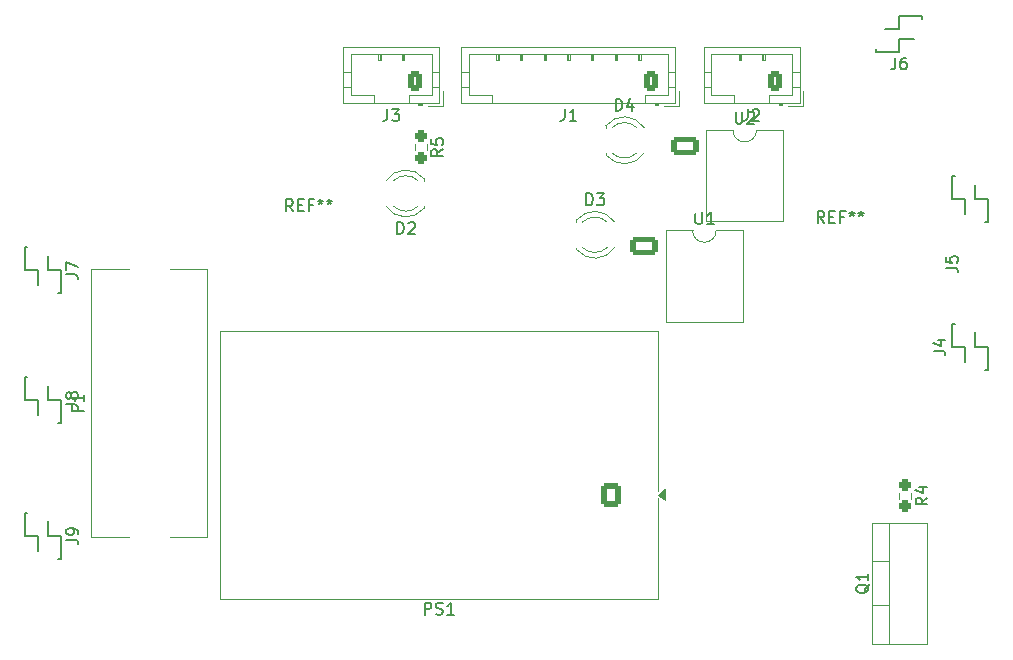
<source format=gbr>
%TF.GenerationSoftware,KiCad,Pcbnew,9.0.7*%
%TF.CreationDate,2026-01-20T13:18:07+01:00*%
%TF.ProjectId,OpenBrewer,4f70656e-4272-4657-9765-722e6b696361,rev?*%
%TF.SameCoordinates,Original*%
%TF.FileFunction,Legend,Top*%
%TF.FilePolarity,Positive*%
%FSLAX46Y46*%
G04 Gerber Fmt 4.6, Leading zero omitted, Abs format (unit mm)*
G04 Created by KiCad (PCBNEW 9.0.7) date 2026-01-20 13:18:07*
%MOMM*%
%LPD*%
G01*
G04 APERTURE LIST*
G04 Aperture macros list*
%AMRoundRect*
0 Rectangle with rounded corners*
0 $1 Rounding radius*
0 $2 $3 $4 $5 $6 $7 $8 $9 X,Y pos of 4 corners*
0 Add a 4 corners polygon primitive as box body*
4,1,4,$2,$3,$4,$5,$6,$7,$8,$9,$2,$3,0*
0 Add four circle primitives for the rounded corners*
1,1,$1+$1,$2,$3*
1,1,$1+$1,$4,$5*
1,1,$1+$1,$6,$7*
1,1,$1+$1,$8,$9*
0 Add four rect primitives between the rounded corners*
20,1,$1+$1,$2,$3,$4,$5,0*
20,1,$1+$1,$4,$5,$6,$7,0*
20,1,$1+$1,$6,$7,$8,$9,0*
20,1,$1+$1,$8,$9,$2,$3,0*%
G04 Aperture macros list end*
%ADD10C,0.150000*%
%ADD11C,0.127000*%
%ADD12C,0.120000*%
%ADD13C,2.184000*%
%ADD14R,1.800000X1.800000*%
%ADD15C,1.800000*%
%ADD16C,2.700000*%
%ADD17C,3.000000*%
%ADD18RoundRect,0.250000X0.350000X0.625000X-0.350000X0.625000X-0.350000X-0.625000X0.350000X-0.625000X0*%
%ADD19O,1.200000X1.750000*%
%ADD20RoundRect,0.237500X-0.237500X0.250000X-0.237500X-0.250000X0.237500X-0.250000X0.237500X0.250000X0*%
%ADD21C,4.000000*%
%ADD22RoundRect,0.250000X0.600000X0.750000X-0.600000X0.750000X-0.600000X-0.750000X0.600000X-0.750000X0*%
%ADD23O,1.700000X2.000000*%
%ADD24R,2.000000X1.905000*%
%ADD25O,2.000000X1.905000*%
%ADD26RoundRect,0.250000X-0.950000X-0.550000X0.950000X-0.550000X0.950000X0.550000X-0.950000X0.550000X0*%
%ADD27O,2.400000X1.600000*%
G04 APERTURE END LIST*
D10*
X189914819Y-80833333D02*
X190629104Y-80833333D01*
X190629104Y-80833333D02*
X190771961Y-80880952D01*
X190771961Y-80880952D02*
X190867200Y-80976190D01*
X190867200Y-80976190D02*
X190914819Y-81119047D01*
X190914819Y-81119047D02*
X190914819Y-81214285D01*
X190248152Y-79928571D02*
X190914819Y-79928571D01*
X189867200Y-80166666D02*
X190581485Y-80404761D01*
X190581485Y-80404761D02*
X190581485Y-79785714D01*
X162991905Y-60494819D02*
X162991905Y-59494819D01*
X162991905Y-59494819D02*
X163230000Y-59494819D01*
X163230000Y-59494819D02*
X163372857Y-59542438D01*
X163372857Y-59542438D02*
X163468095Y-59637676D01*
X163468095Y-59637676D02*
X163515714Y-59732914D01*
X163515714Y-59732914D02*
X163563333Y-59923390D01*
X163563333Y-59923390D02*
X163563333Y-60066247D01*
X163563333Y-60066247D02*
X163515714Y-60256723D01*
X163515714Y-60256723D02*
X163468095Y-60351961D01*
X163468095Y-60351961D02*
X163372857Y-60447200D01*
X163372857Y-60447200D02*
X163230000Y-60494819D01*
X163230000Y-60494819D02*
X162991905Y-60494819D01*
X164420476Y-59828152D02*
X164420476Y-60494819D01*
X164182381Y-59447200D02*
X163944286Y-60161485D01*
X163944286Y-60161485D02*
X164563333Y-60161485D01*
X117431009Y-85583333D02*
X117431009Y-85916666D01*
X117954819Y-85916666D02*
X116954819Y-85916666D01*
X116954819Y-85916666D02*
X116954819Y-85440476D01*
X117954819Y-84535714D02*
X117954819Y-85107142D01*
X117954819Y-84821428D02*
X116954819Y-84821428D01*
X116954819Y-84821428D02*
X117097676Y-84916666D01*
X117097676Y-84916666D02*
X117192914Y-85011904D01*
X117192914Y-85011904D02*
X117240533Y-85107142D01*
X158666666Y-60354819D02*
X158666666Y-61069104D01*
X158666666Y-61069104D02*
X158619047Y-61211961D01*
X158619047Y-61211961D02*
X158523809Y-61307200D01*
X158523809Y-61307200D02*
X158380952Y-61354819D01*
X158380952Y-61354819D02*
X158285714Y-61354819D01*
X159666666Y-61354819D02*
X159095238Y-61354819D01*
X159380952Y-61354819D02*
X159380952Y-60354819D01*
X159380952Y-60354819D02*
X159285714Y-60497676D01*
X159285714Y-60497676D02*
X159190476Y-60592914D01*
X159190476Y-60592914D02*
X159095238Y-60640533D01*
X190954819Y-73793333D02*
X191669104Y-73793333D01*
X191669104Y-73793333D02*
X191811961Y-73840952D01*
X191811961Y-73840952D02*
X191907200Y-73936190D01*
X191907200Y-73936190D02*
X191954819Y-74079047D01*
X191954819Y-74079047D02*
X191954819Y-74174285D01*
X190954819Y-72840952D02*
X190954819Y-73317142D01*
X190954819Y-73317142D02*
X191431009Y-73364761D01*
X191431009Y-73364761D02*
X191383390Y-73317142D01*
X191383390Y-73317142D02*
X191335771Y-73221904D01*
X191335771Y-73221904D02*
X191335771Y-72983809D01*
X191335771Y-72983809D02*
X191383390Y-72888571D01*
X191383390Y-72888571D02*
X191431009Y-72840952D01*
X191431009Y-72840952D02*
X191526247Y-72793333D01*
X191526247Y-72793333D02*
X191764342Y-72793333D01*
X191764342Y-72793333D02*
X191859580Y-72840952D01*
X191859580Y-72840952D02*
X191907200Y-72888571D01*
X191907200Y-72888571D02*
X191954819Y-72983809D01*
X191954819Y-72983809D02*
X191954819Y-73221904D01*
X191954819Y-73221904D02*
X191907200Y-73317142D01*
X191907200Y-73317142D02*
X191859580Y-73364761D01*
X189384819Y-93254166D02*
X188908628Y-93587499D01*
X189384819Y-93825594D02*
X188384819Y-93825594D01*
X188384819Y-93825594D02*
X188384819Y-93444642D01*
X188384819Y-93444642D02*
X188432438Y-93349404D01*
X188432438Y-93349404D02*
X188480057Y-93301785D01*
X188480057Y-93301785D02*
X188575295Y-93254166D01*
X188575295Y-93254166D02*
X188718152Y-93254166D01*
X188718152Y-93254166D02*
X188813390Y-93301785D01*
X188813390Y-93301785D02*
X188861009Y-93349404D01*
X188861009Y-93349404D02*
X188908628Y-93444642D01*
X188908628Y-93444642D02*
X188908628Y-93825594D01*
X188718152Y-92397023D02*
X189384819Y-92397023D01*
X188337200Y-92635118D02*
X189051485Y-92873213D01*
X189051485Y-92873213D02*
X189051485Y-92254166D01*
X143666666Y-60354819D02*
X143666666Y-61069104D01*
X143666666Y-61069104D02*
X143619047Y-61211961D01*
X143619047Y-61211961D02*
X143523809Y-61307200D01*
X143523809Y-61307200D02*
X143380952Y-61354819D01*
X143380952Y-61354819D02*
X143285714Y-61354819D01*
X144047619Y-60354819D02*
X144666666Y-60354819D01*
X144666666Y-60354819D02*
X144333333Y-60735771D01*
X144333333Y-60735771D02*
X144476190Y-60735771D01*
X144476190Y-60735771D02*
X144571428Y-60783390D01*
X144571428Y-60783390D02*
X144619047Y-60831009D01*
X144619047Y-60831009D02*
X144666666Y-60926247D01*
X144666666Y-60926247D02*
X144666666Y-61164342D01*
X144666666Y-61164342D02*
X144619047Y-61259580D01*
X144619047Y-61259580D02*
X144571428Y-61307200D01*
X144571428Y-61307200D02*
X144476190Y-61354819D01*
X144476190Y-61354819D02*
X144190476Y-61354819D01*
X144190476Y-61354819D02*
X144095238Y-61307200D01*
X144095238Y-61307200D02*
X144047619Y-61259580D01*
X144491905Y-70914819D02*
X144491905Y-69914819D01*
X144491905Y-69914819D02*
X144730000Y-69914819D01*
X144730000Y-69914819D02*
X144872857Y-69962438D01*
X144872857Y-69962438D02*
X144968095Y-70057676D01*
X144968095Y-70057676D02*
X145015714Y-70152914D01*
X145015714Y-70152914D02*
X145063333Y-70343390D01*
X145063333Y-70343390D02*
X145063333Y-70486247D01*
X145063333Y-70486247D02*
X145015714Y-70676723D01*
X145015714Y-70676723D02*
X144968095Y-70771961D01*
X144968095Y-70771961D02*
X144872857Y-70867200D01*
X144872857Y-70867200D02*
X144730000Y-70914819D01*
X144730000Y-70914819D02*
X144491905Y-70914819D01*
X145444286Y-70010057D02*
X145491905Y-69962438D01*
X145491905Y-69962438D02*
X145587143Y-69914819D01*
X145587143Y-69914819D02*
X145825238Y-69914819D01*
X145825238Y-69914819D02*
X145920476Y-69962438D01*
X145920476Y-69962438D02*
X145968095Y-70010057D01*
X145968095Y-70010057D02*
X146015714Y-70105295D01*
X146015714Y-70105295D02*
X146015714Y-70200533D01*
X146015714Y-70200533D02*
X145968095Y-70343390D01*
X145968095Y-70343390D02*
X145396667Y-70914819D01*
X145396667Y-70914819D02*
X146015714Y-70914819D01*
X160491905Y-68494819D02*
X160491905Y-67494819D01*
X160491905Y-67494819D02*
X160730000Y-67494819D01*
X160730000Y-67494819D02*
X160872857Y-67542438D01*
X160872857Y-67542438D02*
X160968095Y-67637676D01*
X160968095Y-67637676D02*
X161015714Y-67732914D01*
X161015714Y-67732914D02*
X161063333Y-67923390D01*
X161063333Y-67923390D02*
X161063333Y-68066247D01*
X161063333Y-68066247D02*
X161015714Y-68256723D01*
X161015714Y-68256723D02*
X160968095Y-68351961D01*
X160968095Y-68351961D02*
X160872857Y-68447200D01*
X160872857Y-68447200D02*
X160730000Y-68494819D01*
X160730000Y-68494819D02*
X160491905Y-68494819D01*
X161396667Y-67494819D02*
X162015714Y-67494819D01*
X162015714Y-67494819D02*
X161682381Y-67875771D01*
X161682381Y-67875771D02*
X161825238Y-67875771D01*
X161825238Y-67875771D02*
X161920476Y-67923390D01*
X161920476Y-67923390D02*
X161968095Y-67971009D01*
X161968095Y-67971009D02*
X162015714Y-68066247D01*
X162015714Y-68066247D02*
X162015714Y-68304342D01*
X162015714Y-68304342D02*
X161968095Y-68399580D01*
X161968095Y-68399580D02*
X161920476Y-68447200D01*
X161920476Y-68447200D02*
X161825238Y-68494819D01*
X161825238Y-68494819D02*
X161539524Y-68494819D01*
X161539524Y-68494819D02*
X161444286Y-68447200D01*
X161444286Y-68447200D02*
X161396667Y-68399580D01*
X116454819Y-85333333D02*
X117169104Y-85333333D01*
X117169104Y-85333333D02*
X117311961Y-85380952D01*
X117311961Y-85380952D02*
X117407200Y-85476190D01*
X117407200Y-85476190D02*
X117454819Y-85619047D01*
X117454819Y-85619047D02*
X117454819Y-85714285D01*
X116883390Y-84714285D02*
X116835771Y-84809523D01*
X116835771Y-84809523D02*
X116788152Y-84857142D01*
X116788152Y-84857142D02*
X116692914Y-84904761D01*
X116692914Y-84904761D02*
X116645295Y-84904761D01*
X116645295Y-84904761D02*
X116550057Y-84857142D01*
X116550057Y-84857142D02*
X116502438Y-84809523D01*
X116502438Y-84809523D02*
X116454819Y-84714285D01*
X116454819Y-84714285D02*
X116454819Y-84523809D01*
X116454819Y-84523809D02*
X116502438Y-84428571D01*
X116502438Y-84428571D02*
X116550057Y-84380952D01*
X116550057Y-84380952D02*
X116645295Y-84333333D01*
X116645295Y-84333333D02*
X116692914Y-84333333D01*
X116692914Y-84333333D02*
X116788152Y-84380952D01*
X116788152Y-84380952D02*
X116835771Y-84428571D01*
X116835771Y-84428571D02*
X116883390Y-84523809D01*
X116883390Y-84523809D02*
X116883390Y-84714285D01*
X116883390Y-84714285D02*
X116931009Y-84809523D01*
X116931009Y-84809523D02*
X116978628Y-84857142D01*
X116978628Y-84857142D02*
X117073866Y-84904761D01*
X117073866Y-84904761D02*
X117264342Y-84904761D01*
X117264342Y-84904761D02*
X117359580Y-84857142D01*
X117359580Y-84857142D02*
X117407200Y-84809523D01*
X117407200Y-84809523D02*
X117454819Y-84714285D01*
X117454819Y-84714285D02*
X117454819Y-84523809D01*
X117454819Y-84523809D02*
X117407200Y-84428571D01*
X117407200Y-84428571D02*
X117359580Y-84380952D01*
X117359580Y-84380952D02*
X117264342Y-84333333D01*
X117264342Y-84333333D02*
X117073866Y-84333333D01*
X117073866Y-84333333D02*
X116978628Y-84380952D01*
X116978628Y-84380952D02*
X116931009Y-84428571D01*
X116931009Y-84428571D02*
X116883390Y-84523809D01*
X180666666Y-70004819D02*
X180333333Y-69528628D01*
X180095238Y-70004819D02*
X180095238Y-69004819D01*
X180095238Y-69004819D02*
X180476190Y-69004819D01*
X180476190Y-69004819D02*
X180571428Y-69052438D01*
X180571428Y-69052438D02*
X180619047Y-69100057D01*
X180619047Y-69100057D02*
X180666666Y-69195295D01*
X180666666Y-69195295D02*
X180666666Y-69338152D01*
X180666666Y-69338152D02*
X180619047Y-69433390D01*
X180619047Y-69433390D02*
X180571428Y-69481009D01*
X180571428Y-69481009D02*
X180476190Y-69528628D01*
X180476190Y-69528628D02*
X180095238Y-69528628D01*
X181095238Y-69481009D02*
X181428571Y-69481009D01*
X181571428Y-70004819D02*
X181095238Y-70004819D01*
X181095238Y-70004819D02*
X181095238Y-69004819D01*
X181095238Y-69004819D02*
X181571428Y-69004819D01*
X182333333Y-69481009D02*
X182000000Y-69481009D01*
X182000000Y-70004819D02*
X182000000Y-69004819D01*
X182000000Y-69004819D02*
X182476190Y-69004819D01*
X183000000Y-69004819D02*
X183000000Y-69242914D01*
X182761905Y-69147676D02*
X183000000Y-69242914D01*
X183000000Y-69242914D02*
X183238095Y-69147676D01*
X182857143Y-69433390D02*
X183000000Y-69242914D01*
X183000000Y-69242914D02*
X183142857Y-69433390D01*
X183761905Y-69004819D02*
X183761905Y-69242914D01*
X183523810Y-69147676D02*
X183761905Y-69242914D01*
X183761905Y-69242914D02*
X184000000Y-69147676D01*
X183619048Y-69433390D02*
X183761905Y-69242914D01*
X183761905Y-69242914D02*
X183904762Y-69433390D01*
X146825714Y-103154819D02*
X146825714Y-102154819D01*
X146825714Y-102154819D02*
X147206666Y-102154819D01*
X147206666Y-102154819D02*
X147301904Y-102202438D01*
X147301904Y-102202438D02*
X147349523Y-102250057D01*
X147349523Y-102250057D02*
X147397142Y-102345295D01*
X147397142Y-102345295D02*
X147397142Y-102488152D01*
X147397142Y-102488152D02*
X147349523Y-102583390D01*
X147349523Y-102583390D02*
X147301904Y-102631009D01*
X147301904Y-102631009D02*
X147206666Y-102678628D01*
X147206666Y-102678628D02*
X146825714Y-102678628D01*
X147778095Y-103107200D02*
X147920952Y-103154819D01*
X147920952Y-103154819D02*
X148159047Y-103154819D01*
X148159047Y-103154819D02*
X148254285Y-103107200D01*
X148254285Y-103107200D02*
X148301904Y-103059580D01*
X148301904Y-103059580D02*
X148349523Y-102964342D01*
X148349523Y-102964342D02*
X148349523Y-102869104D01*
X148349523Y-102869104D02*
X148301904Y-102773866D01*
X148301904Y-102773866D02*
X148254285Y-102726247D01*
X148254285Y-102726247D02*
X148159047Y-102678628D01*
X148159047Y-102678628D02*
X147968571Y-102631009D01*
X147968571Y-102631009D02*
X147873333Y-102583390D01*
X147873333Y-102583390D02*
X147825714Y-102535771D01*
X147825714Y-102535771D02*
X147778095Y-102440533D01*
X147778095Y-102440533D02*
X147778095Y-102345295D01*
X147778095Y-102345295D02*
X147825714Y-102250057D01*
X147825714Y-102250057D02*
X147873333Y-102202438D01*
X147873333Y-102202438D02*
X147968571Y-102154819D01*
X147968571Y-102154819D02*
X148206666Y-102154819D01*
X148206666Y-102154819D02*
X148349523Y-102202438D01*
X149301904Y-103154819D02*
X148730476Y-103154819D01*
X149016190Y-103154819D02*
X149016190Y-102154819D01*
X149016190Y-102154819D02*
X148920952Y-102297676D01*
X148920952Y-102297676D02*
X148825714Y-102392914D01*
X148825714Y-102392914D02*
X148730476Y-102440533D01*
X184450057Y-100595238D02*
X184402438Y-100690476D01*
X184402438Y-100690476D02*
X184307200Y-100785714D01*
X184307200Y-100785714D02*
X184164342Y-100928571D01*
X184164342Y-100928571D02*
X184116723Y-101023809D01*
X184116723Y-101023809D02*
X184116723Y-101119047D01*
X184354819Y-101071428D02*
X184307200Y-101166666D01*
X184307200Y-101166666D02*
X184211961Y-101261904D01*
X184211961Y-101261904D02*
X184021485Y-101309523D01*
X184021485Y-101309523D02*
X183688152Y-101309523D01*
X183688152Y-101309523D02*
X183497676Y-101261904D01*
X183497676Y-101261904D02*
X183402438Y-101166666D01*
X183402438Y-101166666D02*
X183354819Y-101071428D01*
X183354819Y-101071428D02*
X183354819Y-100880952D01*
X183354819Y-100880952D02*
X183402438Y-100785714D01*
X183402438Y-100785714D02*
X183497676Y-100690476D01*
X183497676Y-100690476D02*
X183688152Y-100642857D01*
X183688152Y-100642857D02*
X184021485Y-100642857D01*
X184021485Y-100642857D02*
X184211961Y-100690476D01*
X184211961Y-100690476D02*
X184307200Y-100785714D01*
X184307200Y-100785714D02*
X184354819Y-100880952D01*
X184354819Y-100880952D02*
X184354819Y-101071428D01*
X184354819Y-99690476D02*
X184354819Y-100261904D01*
X184354819Y-99976190D02*
X183354819Y-99976190D01*
X183354819Y-99976190D02*
X183497676Y-100071428D01*
X183497676Y-100071428D02*
X183592914Y-100166666D01*
X183592914Y-100166666D02*
X183640533Y-100261904D01*
X116454819Y-74333333D02*
X117169104Y-74333333D01*
X117169104Y-74333333D02*
X117311961Y-74380952D01*
X117311961Y-74380952D02*
X117407200Y-74476190D01*
X117407200Y-74476190D02*
X117454819Y-74619047D01*
X117454819Y-74619047D02*
X117454819Y-74714285D01*
X116454819Y-73952380D02*
X116454819Y-73285714D01*
X116454819Y-73285714D02*
X117454819Y-73714285D01*
X135666666Y-69004819D02*
X135333333Y-68528628D01*
X135095238Y-69004819D02*
X135095238Y-68004819D01*
X135095238Y-68004819D02*
X135476190Y-68004819D01*
X135476190Y-68004819D02*
X135571428Y-68052438D01*
X135571428Y-68052438D02*
X135619047Y-68100057D01*
X135619047Y-68100057D02*
X135666666Y-68195295D01*
X135666666Y-68195295D02*
X135666666Y-68338152D01*
X135666666Y-68338152D02*
X135619047Y-68433390D01*
X135619047Y-68433390D02*
X135571428Y-68481009D01*
X135571428Y-68481009D02*
X135476190Y-68528628D01*
X135476190Y-68528628D02*
X135095238Y-68528628D01*
X136095238Y-68481009D02*
X136428571Y-68481009D01*
X136571428Y-69004819D02*
X136095238Y-69004819D01*
X136095238Y-69004819D02*
X136095238Y-68004819D01*
X136095238Y-68004819D02*
X136571428Y-68004819D01*
X137333333Y-68481009D02*
X137000000Y-68481009D01*
X137000000Y-69004819D02*
X137000000Y-68004819D01*
X137000000Y-68004819D02*
X137476190Y-68004819D01*
X138000000Y-68004819D02*
X138000000Y-68242914D01*
X137761905Y-68147676D02*
X138000000Y-68242914D01*
X138000000Y-68242914D02*
X138238095Y-68147676D01*
X137857143Y-68433390D02*
X138000000Y-68242914D01*
X138000000Y-68242914D02*
X138142857Y-68433390D01*
X138761905Y-68004819D02*
X138761905Y-68242914D01*
X138523810Y-68147676D02*
X138761905Y-68242914D01*
X138761905Y-68242914D02*
X139000000Y-68147676D01*
X138619048Y-68433390D02*
X138761905Y-68242914D01*
X138761905Y-68242914D02*
X138904762Y-68433390D01*
X186666666Y-55994819D02*
X186666666Y-56709104D01*
X186666666Y-56709104D02*
X186619047Y-56851961D01*
X186619047Y-56851961D02*
X186523809Y-56947200D01*
X186523809Y-56947200D02*
X186380952Y-56994819D01*
X186380952Y-56994819D02*
X186285714Y-56994819D01*
X187571428Y-55994819D02*
X187380952Y-55994819D01*
X187380952Y-55994819D02*
X187285714Y-56042438D01*
X187285714Y-56042438D02*
X187238095Y-56090057D01*
X187238095Y-56090057D02*
X187142857Y-56232914D01*
X187142857Y-56232914D02*
X187095238Y-56423390D01*
X187095238Y-56423390D02*
X187095238Y-56804342D01*
X187095238Y-56804342D02*
X187142857Y-56899580D01*
X187142857Y-56899580D02*
X187190476Y-56947200D01*
X187190476Y-56947200D02*
X187285714Y-56994819D01*
X187285714Y-56994819D02*
X187476190Y-56994819D01*
X187476190Y-56994819D02*
X187571428Y-56947200D01*
X187571428Y-56947200D02*
X187619047Y-56899580D01*
X187619047Y-56899580D02*
X187666666Y-56804342D01*
X187666666Y-56804342D02*
X187666666Y-56566247D01*
X187666666Y-56566247D02*
X187619047Y-56471009D01*
X187619047Y-56471009D02*
X187571428Y-56423390D01*
X187571428Y-56423390D02*
X187476190Y-56375771D01*
X187476190Y-56375771D02*
X187285714Y-56375771D01*
X187285714Y-56375771D02*
X187190476Y-56423390D01*
X187190476Y-56423390D02*
X187142857Y-56471009D01*
X187142857Y-56471009D02*
X187095238Y-56566247D01*
X174166666Y-60354819D02*
X174166666Y-61069104D01*
X174166666Y-61069104D02*
X174119047Y-61211961D01*
X174119047Y-61211961D02*
X174023809Y-61307200D01*
X174023809Y-61307200D02*
X173880952Y-61354819D01*
X173880952Y-61354819D02*
X173785714Y-61354819D01*
X174595238Y-60450057D02*
X174642857Y-60402438D01*
X174642857Y-60402438D02*
X174738095Y-60354819D01*
X174738095Y-60354819D02*
X174976190Y-60354819D01*
X174976190Y-60354819D02*
X175071428Y-60402438D01*
X175071428Y-60402438D02*
X175119047Y-60450057D01*
X175119047Y-60450057D02*
X175166666Y-60545295D01*
X175166666Y-60545295D02*
X175166666Y-60640533D01*
X175166666Y-60640533D02*
X175119047Y-60783390D01*
X175119047Y-60783390D02*
X174547619Y-61354819D01*
X174547619Y-61354819D02*
X175166666Y-61354819D01*
X169743095Y-69084819D02*
X169743095Y-69894342D01*
X169743095Y-69894342D02*
X169790714Y-69989580D01*
X169790714Y-69989580D02*
X169838333Y-70037200D01*
X169838333Y-70037200D02*
X169933571Y-70084819D01*
X169933571Y-70084819D02*
X170124047Y-70084819D01*
X170124047Y-70084819D02*
X170219285Y-70037200D01*
X170219285Y-70037200D02*
X170266904Y-69989580D01*
X170266904Y-69989580D02*
X170314523Y-69894342D01*
X170314523Y-69894342D02*
X170314523Y-69084819D01*
X171314523Y-70084819D02*
X170743095Y-70084819D01*
X171028809Y-70084819D02*
X171028809Y-69084819D01*
X171028809Y-69084819D02*
X170933571Y-69227676D01*
X170933571Y-69227676D02*
X170838333Y-69322914D01*
X170838333Y-69322914D02*
X170743095Y-69370533D01*
X148384819Y-63754166D02*
X147908628Y-64087499D01*
X148384819Y-64325594D02*
X147384819Y-64325594D01*
X147384819Y-64325594D02*
X147384819Y-63944642D01*
X147384819Y-63944642D02*
X147432438Y-63849404D01*
X147432438Y-63849404D02*
X147480057Y-63801785D01*
X147480057Y-63801785D02*
X147575295Y-63754166D01*
X147575295Y-63754166D02*
X147718152Y-63754166D01*
X147718152Y-63754166D02*
X147813390Y-63801785D01*
X147813390Y-63801785D02*
X147861009Y-63849404D01*
X147861009Y-63849404D02*
X147908628Y-63944642D01*
X147908628Y-63944642D02*
X147908628Y-64325594D01*
X147384819Y-62849404D02*
X147384819Y-63325594D01*
X147384819Y-63325594D02*
X147861009Y-63373213D01*
X147861009Y-63373213D02*
X147813390Y-63325594D01*
X147813390Y-63325594D02*
X147765771Y-63230356D01*
X147765771Y-63230356D02*
X147765771Y-62992261D01*
X147765771Y-62992261D02*
X147813390Y-62897023D01*
X147813390Y-62897023D02*
X147861009Y-62849404D01*
X147861009Y-62849404D02*
X147956247Y-62801785D01*
X147956247Y-62801785D02*
X148194342Y-62801785D01*
X148194342Y-62801785D02*
X148289580Y-62849404D01*
X148289580Y-62849404D02*
X148337200Y-62897023D01*
X148337200Y-62897023D02*
X148384819Y-62992261D01*
X148384819Y-62992261D02*
X148384819Y-63230356D01*
X148384819Y-63230356D02*
X148337200Y-63325594D01*
X148337200Y-63325594D02*
X148289580Y-63373213D01*
X116494819Y-96833333D02*
X117209104Y-96833333D01*
X117209104Y-96833333D02*
X117351961Y-96880952D01*
X117351961Y-96880952D02*
X117447200Y-96976190D01*
X117447200Y-96976190D02*
X117494819Y-97119047D01*
X117494819Y-97119047D02*
X117494819Y-97214285D01*
X117494819Y-96309523D02*
X117494819Y-96119047D01*
X117494819Y-96119047D02*
X117447200Y-96023809D01*
X117447200Y-96023809D02*
X117399580Y-95976190D01*
X117399580Y-95976190D02*
X117256723Y-95880952D01*
X117256723Y-95880952D02*
X117066247Y-95833333D01*
X117066247Y-95833333D02*
X116685295Y-95833333D01*
X116685295Y-95833333D02*
X116590057Y-95880952D01*
X116590057Y-95880952D02*
X116542438Y-95928571D01*
X116542438Y-95928571D02*
X116494819Y-96023809D01*
X116494819Y-96023809D02*
X116494819Y-96214285D01*
X116494819Y-96214285D02*
X116542438Y-96309523D01*
X116542438Y-96309523D02*
X116590057Y-96357142D01*
X116590057Y-96357142D02*
X116685295Y-96404761D01*
X116685295Y-96404761D02*
X116923390Y-96404761D01*
X116923390Y-96404761D02*
X117018628Y-96357142D01*
X117018628Y-96357142D02*
X117066247Y-96309523D01*
X117066247Y-96309523D02*
X117113866Y-96214285D01*
X117113866Y-96214285D02*
X117113866Y-96023809D01*
X117113866Y-96023809D02*
X117066247Y-95928571D01*
X117066247Y-95928571D02*
X117018628Y-95880952D01*
X117018628Y-95880952D02*
X116923390Y-95833333D01*
X173158095Y-60584819D02*
X173158095Y-61394342D01*
X173158095Y-61394342D02*
X173205714Y-61489580D01*
X173205714Y-61489580D02*
X173253333Y-61537200D01*
X173253333Y-61537200D02*
X173348571Y-61584819D01*
X173348571Y-61584819D02*
X173539047Y-61584819D01*
X173539047Y-61584819D02*
X173634285Y-61537200D01*
X173634285Y-61537200D02*
X173681904Y-61489580D01*
X173681904Y-61489580D02*
X173729523Y-61394342D01*
X173729523Y-61394342D02*
X173729523Y-60584819D01*
X174158095Y-60680057D02*
X174205714Y-60632438D01*
X174205714Y-60632438D02*
X174300952Y-60584819D01*
X174300952Y-60584819D02*
X174539047Y-60584819D01*
X174539047Y-60584819D02*
X174634285Y-60632438D01*
X174634285Y-60632438D02*
X174681904Y-60680057D01*
X174681904Y-60680057D02*
X174729523Y-60775295D01*
X174729523Y-60775295D02*
X174729523Y-60870533D01*
X174729523Y-60870533D02*
X174681904Y-61013390D01*
X174681904Y-61013390D02*
X174110476Y-61584819D01*
X174110476Y-61584819D02*
X174729523Y-61584819D01*
D11*
%TO.C,J4*%
X191475000Y-78562500D02*
X191696000Y-78562500D01*
X191475000Y-80500000D02*
X191475000Y-78562500D01*
X192595000Y-80500000D02*
X191475000Y-80500000D01*
X192595000Y-81736500D02*
X192595000Y-80500000D01*
X193405000Y-80500000D02*
X193405000Y-79263500D01*
X193405000Y-80500000D02*
X194525000Y-80500000D01*
X194525000Y-80500000D02*
X194525000Y-82437500D01*
X194525000Y-82437500D02*
X194304000Y-82437500D01*
D12*
%TO.C,D4*%
X162170000Y-61764000D02*
X162170000Y-61920000D01*
X162170000Y-64080000D02*
X162170000Y-64236000D01*
X162170000Y-61764484D02*
G75*
G02*
X165401437Y-61920000I1560000J-1235516D01*
G01*
X162689039Y-61920000D02*
G75*
G02*
X164770961Y-61920000I1040961J-1080000D01*
G01*
X164770961Y-64080000D02*
G75*
G02*
X162689039Y-64080000I-1040961J1080000D01*
G01*
X165401437Y-64080000D02*
G75*
G02*
X162170000Y-64235516I-1671437J1080000D01*
G01*
%TO.C,F1*%
X118590000Y-96610000D02*
X118590000Y-73890000D01*
X121750000Y-73890000D02*
X118590000Y-73890000D01*
X121750000Y-96610000D02*
X118590000Y-96610000D01*
X128410000Y-73890000D02*
X125250000Y-73890000D01*
X128410000Y-96610000D02*
X125250000Y-96610000D01*
X128410000Y-96610000D02*
X128410000Y-73890000D01*
%TO.C,J1*%
X149940000Y-55090000D02*
X149940000Y-59810000D01*
X149940000Y-57200000D02*
X150550000Y-57200000D01*
X149940000Y-58500000D02*
X150550000Y-58500000D01*
X149940000Y-59810000D02*
X168060000Y-59810000D01*
X150550000Y-55700000D02*
X150550000Y-59200000D01*
X150550000Y-59200000D02*
X152500000Y-59200000D01*
X152500000Y-59200000D02*
X152500000Y-59810000D01*
X152900000Y-56200000D02*
X152900000Y-55700000D01*
X153000000Y-55700000D02*
X153000000Y-56200000D01*
X153100000Y-55700000D02*
X153100000Y-56200000D01*
X153100000Y-56200000D02*
X152900000Y-56200000D01*
X154900000Y-56200000D02*
X154900000Y-55700000D01*
X155000000Y-55700000D02*
X155000000Y-56200000D01*
X155100000Y-55700000D02*
X155100000Y-56200000D01*
X155100000Y-56200000D02*
X154900000Y-56200000D01*
X156900000Y-56200000D02*
X156900000Y-55700000D01*
X157000000Y-55700000D02*
X157000000Y-56200000D01*
X157100000Y-55700000D02*
X157100000Y-56200000D01*
X157100000Y-56200000D02*
X156900000Y-56200000D01*
X158900000Y-56200000D02*
X158900000Y-55700000D01*
X159000000Y-55700000D02*
X159000000Y-56200000D01*
X159100000Y-55700000D02*
X159100000Y-56200000D01*
X159100000Y-56200000D02*
X158900000Y-56200000D01*
X160900000Y-56200000D02*
X160900000Y-55700000D01*
X161000000Y-55700000D02*
X161000000Y-56200000D01*
X161100000Y-55700000D02*
X161100000Y-56200000D01*
X161100000Y-56200000D02*
X160900000Y-56200000D01*
X162900000Y-56200000D02*
X162900000Y-55700000D01*
X163000000Y-55700000D02*
X163000000Y-56200000D01*
X163100000Y-55700000D02*
X163100000Y-56200000D01*
X163100000Y-56200000D02*
X162900000Y-56200000D01*
X164900000Y-56200000D02*
X164900000Y-55700000D01*
X165000000Y-55700000D02*
X165000000Y-56200000D01*
X165100000Y-55700000D02*
X165100000Y-56200000D01*
X165100000Y-56200000D02*
X164900000Y-56200000D01*
X165500000Y-59200000D02*
X167450000Y-59200000D01*
X165500000Y-59810000D02*
X165500000Y-59200000D01*
X166300000Y-59810000D02*
X166300000Y-60010000D01*
X166300000Y-59910000D02*
X166600000Y-59910000D01*
X166300000Y-60010000D02*
X166600000Y-60010000D01*
X166600000Y-60010000D02*
X166600000Y-59810000D01*
X167110000Y-60110000D02*
X168360000Y-60110000D01*
X167450000Y-55700000D02*
X150550000Y-55700000D01*
X167450000Y-59200000D02*
X167450000Y-55700000D01*
X168060000Y-55090000D02*
X149940000Y-55090000D01*
X168060000Y-57200000D02*
X167450000Y-57200000D01*
X168060000Y-58500000D02*
X167450000Y-58500000D01*
X168060000Y-59810000D02*
X168060000Y-55090000D01*
X168360000Y-60110000D02*
X168360000Y-58860000D01*
D11*
%TO.C,J5*%
X191475000Y-66062500D02*
X191696000Y-66062500D01*
X191475000Y-68000000D02*
X191475000Y-66062500D01*
X192595000Y-68000000D02*
X191475000Y-68000000D01*
X192595000Y-69236500D02*
X192595000Y-68000000D01*
X193405000Y-68000000D02*
X193405000Y-66763500D01*
X193405000Y-68000000D02*
X194525000Y-68000000D01*
X194525000Y-68000000D02*
X194525000Y-69937500D01*
X194525000Y-69937500D02*
X194304000Y-69937500D01*
D12*
%TO.C,R4*%
X186977500Y-92832776D02*
X186977500Y-93342224D01*
X188022500Y-92832776D02*
X188022500Y-93342224D01*
%TO.C,J3*%
X139940000Y-57200000D02*
X140550000Y-57200000D01*
X139940000Y-58500000D02*
X140550000Y-58500000D01*
X140550000Y-55700000D02*
X140550000Y-59200000D01*
X140550000Y-59200000D02*
X142500000Y-59200000D01*
X142500000Y-59200000D02*
X142500000Y-59810000D01*
X142900000Y-56200000D02*
X142900000Y-55700000D01*
X143000000Y-55700000D02*
X143000000Y-56200000D01*
X143100000Y-55700000D02*
X143100000Y-56200000D01*
X143100000Y-56200000D02*
X142900000Y-56200000D01*
X144900000Y-56200000D02*
X144900000Y-55700000D01*
X145000000Y-55700000D02*
X145000000Y-56200000D01*
X145100000Y-55700000D02*
X145100000Y-56200000D01*
X145100000Y-56200000D02*
X144900000Y-56200000D01*
X145500000Y-59200000D02*
X147450000Y-59200000D01*
X145500000Y-59810000D02*
X145500000Y-59200000D01*
X146300000Y-59810000D02*
X146300000Y-60010000D01*
X146300000Y-59910000D02*
X146600000Y-59910000D01*
X146300000Y-60010000D02*
X146600000Y-60010000D01*
X146600000Y-60010000D02*
X146600000Y-59810000D01*
X147110000Y-60110000D02*
X148360000Y-60110000D01*
X147450000Y-55700000D02*
X140550000Y-55700000D01*
X147450000Y-59200000D02*
X147450000Y-55700000D01*
X148060000Y-57200000D02*
X147450000Y-57200000D01*
X148060000Y-58500000D02*
X147450000Y-58500000D01*
X148360000Y-60110000D02*
X148360000Y-58860000D01*
X148060000Y-59810000D02*
X139940000Y-59810000D01*
X139940000Y-55090000D01*
X148060000Y-55090000D01*
X148060000Y-59810000D01*
%TO.C,D2*%
X146790000Y-66420000D02*
X146790000Y-66264000D01*
X146790000Y-68736000D02*
X146790000Y-68580000D01*
X143558563Y-66420000D02*
G75*
G02*
X146790000Y-66264484I1671437J-1080000D01*
G01*
X144189039Y-66420000D02*
G75*
G02*
X146270961Y-66420000I1040961J-1080000D01*
G01*
X146270961Y-68580000D02*
G75*
G02*
X144189039Y-68580000I-1040961J1080000D01*
G01*
X146790000Y-68735516D02*
G75*
G02*
X143558563Y-68580000I-1560000J1235516D01*
G01*
%TO.C,D3*%
X159670000Y-69764000D02*
X159670000Y-69920000D01*
X159670000Y-72080000D02*
X159670000Y-72236000D01*
X159670000Y-69764484D02*
G75*
G02*
X162901437Y-69920000I1560000J-1235516D01*
G01*
X160189039Y-69920000D02*
G75*
G02*
X162270961Y-69920000I1040961J-1080000D01*
G01*
X162270961Y-72080000D02*
G75*
G02*
X160189039Y-72080000I-1040961J1080000D01*
G01*
X162901437Y-72080000D02*
G75*
G02*
X159670000Y-72235516I-1671437J1080000D01*
G01*
D11*
%TO.C,J8*%
X112975000Y-83062500D02*
X113196000Y-83062500D01*
X112975000Y-85000000D02*
X112975000Y-83062500D01*
X114095000Y-85000000D02*
X112975000Y-85000000D01*
X114095000Y-86236500D02*
X114095000Y-85000000D01*
X114905000Y-85000000D02*
X114905000Y-83763500D01*
X114905000Y-85000000D02*
X116025000Y-85000000D01*
X116025000Y-85000000D02*
X116025000Y-86937500D01*
X116025000Y-86937500D02*
X115804000Y-86937500D01*
D12*
%TO.C,PS1*%
X129530000Y-79140000D02*
X166550000Y-79140000D01*
X129530000Y-101860000D02*
X129530000Y-79140000D01*
X166550000Y-79140000D02*
X166550000Y-92704000D01*
X166550000Y-93296000D02*
X166550000Y-101860000D01*
X166550000Y-101860000D02*
X129530000Y-101860000D01*
X167160000Y-93440000D02*
X166550000Y-93000000D01*
X167160000Y-92560000D01*
X167160000Y-93440000D01*
G36*
X167160000Y-93440000D02*
G01*
X166550000Y-93000000D01*
X167160000Y-92560000D01*
X167160000Y-93440000D01*
G37*
%TO.C,Q1*%
X184740000Y-95390000D02*
X189360000Y-95390000D01*
X184740000Y-98650000D02*
X186120000Y-98650000D01*
X184740000Y-102350000D02*
X186120000Y-102350000D01*
X184740000Y-105610000D02*
X184740000Y-95390000D01*
X186120000Y-105610000D02*
X186120000Y-95390000D01*
X189360000Y-95390000D02*
X189360000Y-105610000D01*
X189360000Y-105610000D02*
X184740000Y-105610000D01*
D11*
%TO.C,J7*%
X112975000Y-72062500D02*
X113196000Y-72062500D01*
X112975000Y-74000000D02*
X112975000Y-72062500D01*
X114095000Y-74000000D02*
X112975000Y-74000000D01*
X114095000Y-75236500D02*
X114095000Y-74000000D01*
X114905000Y-74000000D02*
X114905000Y-72763500D01*
X114905000Y-74000000D02*
X116025000Y-74000000D01*
X116025000Y-74000000D02*
X116025000Y-75937500D01*
X116025000Y-75937500D02*
X115804000Y-75937500D01*
%TO.C,J6*%
X185062500Y-55525000D02*
X185062500Y-55304000D01*
X187000000Y-52475000D02*
X188937500Y-52475000D01*
X187000000Y-53595000D02*
X185763500Y-53595000D01*
X187000000Y-53595000D02*
X187000000Y-52475000D01*
X187000000Y-54405000D02*
X187000000Y-55525000D01*
X187000000Y-55525000D02*
X185062500Y-55525000D01*
X188236500Y-54405000D02*
X187000000Y-54405000D01*
X188937500Y-52475000D02*
X188937500Y-52696000D01*
D12*
%TO.C,J2*%
X170440000Y-55090000D02*
X170440000Y-59810000D01*
X170440000Y-57200000D02*
X171050000Y-57200000D01*
X170440000Y-58500000D02*
X171050000Y-58500000D01*
X170440000Y-59810000D02*
X178560000Y-59810000D01*
X171050000Y-55700000D02*
X171050000Y-59200000D01*
X171050000Y-59200000D02*
X173000000Y-59200000D01*
X173000000Y-59200000D02*
X173000000Y-59810000D01*
X173400000Y-56200000D02*
X173400000Y-55700000D01*
X173500000Y-55700000D02*
X173500000Y-56200000D01*
X173600000Y-55700000D02*
X173600000Y-56200000D01*
X173600000Y-56200000D02*
X173400000Y-56200000D01*
X175400000Y-56200000D02*
X175400000Y-55700000D01*
X175500000Y-55700000D02*
X175500000Y-56200000D01*
X175600000Y-55700000D02*
X175600000Y-56200000D01*
X175600000Y-56200000D02*
X175400000Y-56200000D01*
X176000000Y-59200000D02*
X177950000Y-59200000D01*
X176000000Y-59810000D02*
X176000000Y-59200000D01*
X176800000Y-59810000D02*
X176800000Y-60010000D01*
X176800000Y-59910000D02*
X177100000Y-59910000D01*
X176800000Y-60010000D02*
X177100000Y-60010000D01*
X177100000Y-60010000D02*
X177100000Y-59810000D01*
X177610000Y-60110000D02*
X178860000Y-60110000D01*
X177950000Y-55700000D02*
X171050000Y-55700000D01*
X177950000Y-59200000D02*
X177950000Y-55700000D01*
X178560000Y-55090000D02*
X170440000Y-55090000D01*
X178560000Y-57200000D02*
X177950000Y-57200000D01*
X178560000Y-58500000D02*
X177950000Y-58500000D01*
X178560000Y-59810000D02*
X178560000Y-55090000D01*
X178860000Y-60110000D02*
X178860000Y-58860000D01*
%TO.C,U1*%
X167270000Y-70630000D02*
X167270000Y-78370000D01*
X167270000Y-78370000D02*
X173740000Y-78370000D01*
X169505000Y-70630000D02*
X167270000Y-70630000D01*
X173740000Y-70630000D02*
X171505000Y-70630000D01*
X173740000Y-78370000D02*
X173740000Y-70630000D01*
X171505000Y-70630000D02*
G75*
G02*
X169505000Y-70630000I-1000000J0D01*
G01*
%TO.C,R5*%
X145977500Y-63332776D02*
X145977500Y-63842224D01*
X147022500Y-63332776D02*
X147022500Y-63842224D01*
D11*
%TO.C,J9*%
X112975000Y-94562500D02*
X113196000Y-94562500D01*
X112975000Y-96500000D02*
X112975000Y-94562500D01*
X114095000Y-96500000D02*
X112975000Y-96500000D01*
X114095000Y-96500000D02*
X114095000Y-97736500D01*
X114905000Y-95263500D02*
X114905000Y-96500000D01*
X114905000Y-96500000D02*
X116025000Y-96500000D01*
X116025000Y-96500000D02*
X116025000Y-98437500D01*
X116025000Y-98437500D02*
X115804000Y-98437500D01*
D12*
%TO.C,U2*%
X170685000Y-62130000D02*
X170685000Y-69870000D01*
X170685000Y-69870000D02*
X177155000Y-69870000D01*
X172920000Y-62130000D02*
X170685000Y-62130000D01*
X177155000Y-62130000D02*
X174920000Y-62130000D01*
X177155000Y-69870000D02*
X177155000Y-62130000D01*
X174920000Y-62130000D02*
G75*
G02*
X172920000Y-62130000I-1000000J0D01*
G01*
%TD*%
%LPC*%
D13*
%TO.C,J4*%
X193000000Y-83040000D03*
X193000000Y-77960000D03*
%TD*%
D14*
%TO.C,D4*%
X162460000Y-63000000D03*
D15*
X165000000Y-63000000D03*
%TD*%
D16*
%TO.C,F1*%
X123500000Y-85250000D03*
D17*
X123500000Y-96500000D03*
X123500000Y-74000000D03*
%TD*%
D18*
%TO.C,J1*%
X166000000Y-58000000D03*
D19*
X164000000Y-58000000D03*
X162000000Y-58000000D03*
X160000000Y-58000000D03*
X158000000Y-58000000D03*
X156000000Y-58000000D03*
X154000000Y-58000000D03*
X152000000Y-58000000D03*
%TD*%
D13*
%TO.C,J5*%
X193000000Y-70540000D03*
X193000000Y-65460000D03*
%TD*%
D20*
%TO.C,R4*%
X187500000Y-92175000D03*
X187500000Y-94000000D03*
%TD*%
D18*
%TO.C,J3*%
X146000000Y-58000000D03*
D19*
X144000000Y-58000000D03*
X142000000Y-58000000D03*
%TD*%
D14*
%TO.C,D2*%
X146500000Y-67500000D03*
D15*
X143960000Y-67500000D03*
%TD*%
D14*
%TO.C,D3*%
X159960000Y-71000000D03*
D15*
X162500000Y-71000000D03*
%TD*%
D13*
%TO.C,J8*%
X114500000Y-87540000D03*
X114500000Y-82460000D03*
%TD*%
D21*
%TO.C,REF\u002A\u002A*%
X182000000Y-74500000D03*
%TD*%
D22*
%TO.C,PS1*%
X162580000Y-93000000D03*
D23*
X162580000Y-88000000D03*
X133500000Y-98000000D03*
X133500000Y-83000000D03*
%TD*%
D24*
%TO.C,Q1*%
X188000000Y-103040000D03*
D25*
X188000000Y-100500000D03*
X188000000Y-97960000D03*
%TD*%
D13*
%TO.C,J7*%
X114500000Y-76540000D03*
X114500000Y-71460000D03*
%TD*%
D21*
%TO.C,REF\u002A\u002A*%
X137000000Y-73500000D03*
%TD*%
D13*
%TO.C,J6*%
X189540000Y-54000000D03*
X184460000Y-54000000D03*
%TD*%
D18*
%TO.C,J2*%
X176500000Y-58000000D03*
D19*
X174500000Y-58000000D03*
X172500000Y-58000000D03*
%TD*%
D26*
%TO.C,U1*%
X165425000Y-71960000D03*
D27*
X165425000Y-74500000D03*
X165425000Y-77040000D03*
X175585000Y-77040000D03*
X175585000Y-74500000D03*
X175585000Y-71960000D03*
%TD*%
D20*
%TO.C,R5*%
X146500000Y-62675000D03*
X146500000Y-64500000D03*
%TD*%
D13*
%TO.C,J9*%
X114500000Y-93960000D03*
X114500000Y-99040000D03*
%TD*%
D26*
%TO.C,U2*%
X168840000Y-63460000D03*
D27*
X168840000Y-66000000D03*
X168840000Y-68540000D03*
X179000000Y-68540000D03*
X179000000Y-66000000D03*
X179000000Y-63460000D03*
%TD*%
%LPD*%
M02*

</source>
